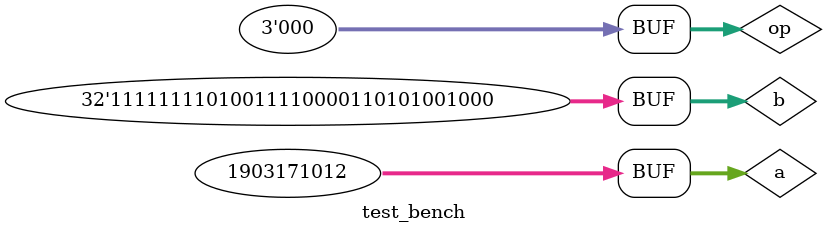
<source format=v>
module full_adder(s, cout, a, b, cin);
	input a, b, cin; // 1 bit inputs and carry-in
	output s, cout; // 1 bit output and carry-out
	wire [4:0] w; // internal wires

	// if either ONLY ONE or ALL 3 are set, s = 1
	xor x1(w[0], a, b), x2(s, w[0], cin);
	// if any two are set,
	and a1(w[1], a, b), a2(w[2], a, cin), a3(w[3], b, cin);
	// then cout=1
	or o1(w[4], w[1], w[2]),
		o2(cout, w[4], w[3]);
	// only using two-input OR gates to really hammer on the delay
endmodule

// 2 to 1 multiplexer
module mux_2to1(y, a, b, s);
	input a, b, s; // input operands, selector
	output y; // output

	wire not_s, a_out, b_out; // negated selector, internal wiring

	not not0(not_s, s); // create negated selector
	and	and0(a_out, a, not_s), and1(b_out, b, s); // filter inputs using selector
	or or0(y, a_out, b_out); // connect filtered inputs to output

endmodule

// adder-subtractor module
module add_sub(s, cout, a, b, cin, sub);
	input a, b, cin, sub; // operands, carry-in, subtract flag
	output s, cout; // sum, carry-out

	wire not_b, b_out; // negated b (for mux input), b output from mux

	not not0(not_b, b); // create negated b
	mux_2to1 mux0(b_out, b, not_b, sub); // if sub flag is set, negate b (sub flag carry-in is done in main adder superstructure, not on individual adders)
	full_adder add0(s, cout, a, b_out, cin); // send everything to the adder
endmodule

// 4 to 1 multiplexer
module mux_4to1(y, a, b, c, d, s);
	input [1:0] s; // 2 bit selector
	input a, b, c, d; // 4 inputs
	output y; // selected output

	wire out_ab, out_cd; // internal wiring

	// you can't do this with a mux > 4:1 because you end up with striping
	mux_2to1 mux0(out_ab, a, b, s[0]), // one mux for a and b
		mux1(out_cd, c, d, s[0]), // one mux for c and d (selected by lo bit)
		mux2(y, out_ab, out_cd, s[1]); // one mux for ab and cd (selected by hi bit)
endmodule

// individual bit-slice alu
// not very useful on its own
module alu(out, cout, set, a, b, cin, op, less);
	input [2:0] op; // incoming opcode
	input a, b, cin, less; // incoming operands, carry-in
	output out, cout, set; // output value, carry-out, set (for SLT/adder output)

	wire and_out, or_out, add_out; // output from and, or
	assign set = add_out; // connect add_out to set output (because you CANNOT read from an output wire)

	and and0(and_out, a, b); // AND, opcode 000
	or or0(or_out, a, b); // OR, opcode 001
	add_sub add0(add_out, cout, a, b, cin, op[2]); // ADD/SUB, opcode 010/110 (sub flag goes to carry-in)
	mux_4to1 mux0(out, and_out, or_out, add_out, less, op[1:0]); // mux decides which result to return, s=11 is DNC so feed it ADD
endmodule


// combining the individual ALU units into something usable,
// namely a 32-bit ALU
module alu_32bit(out, cout, zf, of, a, b, op);
	input [31:0] a,b;
	input [2:0] op;

	output [31:0] out;
	output cout, zf, of;

	wire [31:0] c; // internal carry-wires
	wire [29:0] orw; // internal or wires
	wire set31, // set output from alu 31
		gnd, // this doesn't go anywhere
		less, // carries result of slt (not currently used)
		of_wire;

	alu alu0(out[0], c[0], gnd, a[0], b[0], op[2], op, less), // first alu gets subtract flag as carry-in
		alu1(out[1], c[1], gnd, a[1], b[1], c[0], op, 0),
		alu2(out[2], c[2], gnd, a[2], b[2], c[1], op, 0),
		alu3(out[3], c[3], gnd, a[3], b[3], c[2], op, 0),
		alu4(out[4], c[4], gnd, a[4], b[4], c[3], op, 0),
		alu5(out[5], c[5], gnd, a[5], b[5], c[4], op, 0),
		alu6(out[6], c[6], gnd, a[6], b[6], c[5], op, 0),
		alu7(out[7], c[7], gnd, a[7], b[7], c[6], op, 0),
		alu8(out[8], c[8], gnd, a[8], b[8], c[7], op, 0),
		alu9(out[9], c[9], gnd, a[9], b[9], c[8], op, 0),
		alu10(out[10], c[10], gnd, a[10], b[10], c[9], op, 0),
		alu11(out[11], c[11], gnd, a[11], b[11], c[10], op, 0),
		alu12(out[12], c[12], gnd, a[12], b[12], c[11], op, 0),
		alu13(out[13], c[13], gnd, a[13], b[13], c[12], op, 0),
		alu14(out[14], c[14], gnd, a[14], b[14], c[13], op, 0),
		alu15(out[15], c[15], gnd, a[15], b[15], c[14], op, 0),
		alu16(out[16], c[16], gnd, a[16], b[16], c[15], op, 0),
		alu17(out[17], c[17], gnd, a[17], b[17], c[16], op, 0),
		alu18(out[18], c[18], gnd, a[18], b[18], c[17], op, 0),
		alu19(out[19], c[19], gnd, a[19], b[19], c[18], op, 0),
		alu20(out[20], c[20], gnd, a[20], b[20], c[19], op, 0),
		alu21(out[21], c[21], gnd, a[21], b[21], c[20], op, 0),
		alu22(out[22], c[22], gnd, a[22], b[22], c[21], op, 0),
		alu23(out[23], c[23], gnd, a[23], b[23], c[22], op, 0),
		alu24(out[24], c[24], gnd, a[24], b[24], c[23], op, 0),
		alu25(out[25], c[25], gnd, a[25], b[25], c[24], op, 0),
		alu26(out[26], c[26], gnd, a[26], b[26], c[25], op, 0),
		alu27(out[27], c[27], gnd, a[27], b[27], c[26], op, 0),
		alu28(out[28], c[28], gnd, a[28], b[28], c[27], op, 0),
		alu29(out[29], c[29], gnd, a[29], b[29], c[28], op, 0),
		alu30(out[30], c[30], gnd, a[30], b[30], c[29], op, 0),
		alu31(out[31], c[31], set31, a[31], b[31], c[30], op, 0);

	// zero flag is OR all bits of output
	// ignoring that verilog has 32-input (N)OR gates, this was done with
	// 2-input OR gates to more accurately reflect real-world conditions,
	// because n-input or gates with the same delay as 2-input or gates only
	// exist in disneyland
	or or0(orw[0], out[0], out[1]),
		or1(orw[1], out[2], out[3]), or16(orw[16], orw[0], orw[1]),
		or2(orw[2], out[4], out[5]),
		or3(orw[3], out[6], out[7]), or17(orw[17], orw[2], orw[3]), or24(orw[24], orw[16], orw[17]),
		or4(orw[4], out[8], out[9]),
		or5(orw[5], out[10], out[11]), or18(orw[18], orw[4], orw[5]),
		or6(orw[6], out[12], out[13]), 
		or7(orw[7], out[14], out[15]), or19(orw[19], orw[6], orw[7]), or25(orw[25], orw[18], orw[19]), or28(orw[28], orw[24], orw[25]),
		or8(orw[8], out[16], out[17]), or20(orw[20], orw[8], orw[9]), or26(orw[26], orw[20], orw[21]), or29(orw[29], orw[26], orw[27]),
		or9(orw[9], out[18], out[19]),
		or10(orw[10], out[20], out[21]), or21(orw[21], orw[10], orw[11]), 
		or11(orw[11], out[22], out[23]),
		or12(orw[12], out[24], out[25]), or22(orw[22], orw[12], orw[13]), or27(orw[27], orw[22], orw[23]),
		or13(orw[13], out[26], out[27]),
		or14(orw[14], out[28], out[29]), or23(orw[23], orw[14], orw[15]),
		or15(orw[15], out[30], out[31]);

	nor nor0(zf, orw[28], orw[29]);

	// less than is overflow xor set[31], i.e. (addition flag bit) xor (MSB cout == MSB cin)
	xor xor0(of_wire, c[30], c[31]),
		xor1(less, of_wire, set31);

	assign of = of_wire;
	assign cout = c[31];

endmodule

module test_bench;
	reg signed [31:0] a, b;
	reg [2:0] op;
	wire signed [31:0] out;
	wire cout, zf, of;

	alu_32bit alu0(out, cout, zf, of, a, b, op);


	// testing ops
	// 000 (0) -- OR
	// 001 (1) -- AND
	// 010 (2) -- ADD
	// 110 (6) -- SUB
	// 111 (7) -- SLT
	initial begin
		// uncomment this one for parseable output
		$monitor("%0d %0d %0d %0d %0d %0d %0d %0d", $time, out, cout, zf, of, a, b, op);

		// uncomment this one for human-readable output
		// $monitor("-- %0d -- op=%0d ------------------------------------\nA   %b (%0d)\nB   %b (%0d)\nOUT %b (%0d)\n    cout=%b zf=%b of=%b", $time, op, a, a, b, b, out, out, cout, zf, of);

		// uncomment this for zero-flag test outputs
		// $monitor("%b %b", out, zf);


		#1000 a=-1343263089; b=-810983240; op=0;
		#1000 a=-862576463; b=-480617084; op=2;
		#1000 a=109037806; b=-1527516452; op=6;
		#1000 a=-959436161; b=2013699419; op=7;
		#1000 a=170267994; b=101244991; op=2;
		#1000 a=-637107925; b=1052678010; op=0;
		#1000 a=664716476; b=-2042456199; op=7;
		#1000 a=1546599130; b=812774190; op=2;
		#1000 a=-376608184; b=-207326766; op=2;
		#1000 a=399316952; b=516506825; op=7;
		#1000 a=-877085615; b=-568638884; op=0;
		#1000 a=641021688; b=1941817976; op=2;
		#1000 a=-1989479054; b=-1071429823; op=1;
		#1000 a=950008327; b=-1342760534; op=1;
		#1000 a=-1471653017; b=-854486094; op=0;
		#1000 a=1197277588; b=-1447526395; op=2;
		#1000 a=-839301591; b=910497086; op=2;
		#1000 a=-1971868287; b=-548437020; op=6;
		#1000 a=-1125782233; b=1403191683; op=0;
		#1000 a=1404888080; b=36786118; op=0;
		#1000 a=582865331; b=-237055642; op=7;
		#1000 a=1730515828; b=-1475331769; op=0;
		#1000 a=-2135579390; b=-1301183134; op=7;
		#1000 a=610304515; b=807718762; op=2;
		#1000 a=-1492036280; b=-1169894770; op=6;
		#1000 a=-73523294; b=-1603781272; op=2;
		#1000 a=1071010005; b=540711515; op=7;
		#1000 a=1208104708; b=1392453179; op=7;
		#1000 a=318199628; b=-1149714609; op=0;
		#1000 a=1805723594; b=1057798814; op=0;
		#1000 a=73936957; b=2014156570; op=2;
		#1000 a=1465633461; b=-1043628485; op=7;
		#1000 a=41853902; b=-1738148139; op=7;
		#1000 a=1696126807; b=-1272755651; op=2;
		#1000 a=-67703496; b=345419865; op=2;
		#1000 a=-1383946478; b=1498376832; op=7;
		#1000 a=595451969; b=-1976082460; op=0;
		#1000 a=1759646536; b=-1242920942; op=0;
		#1000 a=2095116797; b=-485347444; op=7;
		#1000 a=508296444; b=915685068; op=0;
		#1000 a=-1613458823; b=43895340; op=7;
		#1000 a=100096608; b=133369119; op=1;
		#1000 a=-318662627; b=904243663; op=0;
		#1000 a=-607550719; b=1283429488; op=7;
		#1000 a=-257280279; b=-755610162; op=0;
		#1000 a=-1402376817; b=-1579143784; op=1;
		#1000 a=-1666519845; b=875774735; op=7;
		#1000 a=449821294; b=571963491; op=0;
		#1000 a=-1934474724; b=1592022318; op=7;
		#1000 a=-1888531297; b=1674122783; op=7;
		#1000 a=-1273035063; b=758991224; op=1;
		#1000 a=1667425944; b=-651821410; op=1;
		#1000 a=-142268047; b=946027772; op=6;
		#1000 a=-849259741; b=162538555; op=0;
		#1000 a=393750691; b=475968800; op=2;
		#1000 a=924852839; b=-1218234693; op=1;
		#1000 a=300142363; b=-204491138; op=2;
		#1000 a=300515741; b=945788447; op=2;
		#1000 a=1653222768; b=1626822642; op=2;
		#1000 a=-1552138204; b=542883278; op=6;
		#1000 a=-42209959; b=2117163040; op=2;
		#1000 a=2119515887; b=-745542247; op=0;
		#1000 a=218036695; b=-181351971; op=7;
		#1000 a=-364748924; b=-919246462; op=0;
		#1000 a=-507421454; b=-1520367554; op=6;
		#1000 a=2114133508; b=1926079064; op=2;
		#1000 a=1543696064; b=859004221; op=6;
		#1000 a=240674293; b=-92616584; op=1;
		#1000 a=-1377217804; b=1523134001; op=0;
		#1000 a=2107732927; b=2137063266; op=2;
		#1000 a=-209348308; b=-1300191350; op=7;
		#1000 a=1471661352; b=-1267108899; op=6;
		#1000 a=-45485651; b=-56044136; op=2;
		#1000 a=1134086437; b=-456898603; op=2;
		#1000 a=-895607978; b=-1158452672; op=2;
		#1000 a=-973259809; b=1102999114; op=2;
		#1000 a=1251068138; b=1094397928; op=7;
		#1000 a=-221284922; b=-29786402; op=1;
		#1000 a=-1505096950; b=-929372146; op=0;
		#1000 a=-1758298888; b=773262305; op=1;
		#1000 a=45621615; b=1227431991; op=6;
		#1000 a=-416158095; b=-1575850249; op=7;
		#1000 a=1891680581; b=1066005058; op=1;
		#1000 a=381741243; b=812916645; op=1;
		#1000 a=91238327; b=-1652900539; op=1;
		#1000 a=-2125097960; b=-2055549851; op=6;
		#1000 a=724850446; b=-1593820555; op=2;
		#1000 a=-1726692255; b=-1872729574; op=1;
		#1000 a=227445229; b=387642828; op=6;
		#1000 a=1281494785; b=1028493041; op=2;
		#1000 a=1901382548; b=-934366093; op=2;
		#1000 a=161258469; b=497714461; op=0;
		#1000 a=191986987; b=-1255685366; op=2;
		#1000 a=1802469935; b=-2131501338; op=7;
		#1000 a=-1434382455; b=767431789; op=1;
		#1000 a=-1665091057; b=1605224710; op=1;
		#1000 a=-44425742; b=2046662028; op=6;
		#1000 a=-235527407; b=247279948; op=1;
		#1000 a=-377163330; b=886093154; op=7;
		#1000 a=-731192643; b=445441788; op=0;
		#1000 a=1895641066; b=1869408317; op=2;
		#1000 a=1241907561; b=1154314083; op=7;
		#1000 a=-229496576; b=-1179159605; op=6;
		#1000 a=100580213; b=1358181528; op=6;
		#1000 a=-576175908; b=-954915409; op=0;
		#1000 a=1929644926; b=-1444461213; op=7;
		#1000 a=-225577166; b=-1946466170; op=2;
		#1000 a=1383566889; b=567862461; op=1;
		#1000 a=308843244; b=-1363653720; op=1;
		#1000 a=551262854; b=-717360014; op=0;
		#1000 a=-1219223124; b=980660230; op=7;
		#1000 a=-1895804342; b=677751223; op=7;
		#1000 a=1190048283; b=1337915632; op=0;
		#1000 a=1311904590; b=1465598949; op=2;
		#1000 a=-713868589; b=-2098976328; op=2;
		#1000 a=-335075312; b=-1306755949; op=7;
		#1000 a=330486013; b=-1487613606; op=1;
		#1000 a=-260806868; b=121859516; op=6;
		#1000 a=-1830455046; b=642341816; op=6;
		#1000 a=1556460040; b=1231586751; op=0;
		#1000 a=-446478154; b=2009162770; op=7;
		#1000 a=986480935; b=-778427816; op=0;
		#1000 a=-442198408; b=-1506236746; op=0;
		#1000 a=1740372190; b=-894803230; op=2;
		#1000 a=-64497604; b=-1238761434; op=6;
		#1000 a=1500441444; b=1658912639; op=7;
		#1000 a=-2039580918; b=670774818; op=7;
		#1000 a=1542178157; b=-864795139; op=2;
		#1000 a=-536772920; b=670901079; op=6;
		#1000 a=830421204; b=-1522985326; op=1;
		#1000 a=-1696362901; b=327145631; op=2;
		#1000 a=218012933; b=1517464003; op=7;
		#1000 a=1942490525; b=-1423413471; op=2;
		#1000 a=1866727196; b=-1935778291; op=1;
		#1000 a=-1965603791; b=-149082969; op=6;
		#1000 a=-2077701124; b=1654757173; op=1;
		#1000 a=-1623470851; b=438718472; op=7;
		#1000 a=-993432379; b=1839016512; op=0;
		#1000 a=502649067; b=1235742075; op=6;
		#1000 a=1120938616; b=1059960962; op=2;
		#1000 a=1771229288; b=1126744870; op=7;
		#1000 a=2057553830; b=-1857615539; op=7;
		#1000 a=1783255161; b=584543310; op=6;
		#1000 a=821921659; b=972797214; op=0;
		#1000 a=1880544792; b=-831855118; op=7;
		#1000 a=1937858446; b=-1192386974; op=2;
		#1000 a=-1896675924; b=1251246514; op=0;
		#1000 a=1923868207; b=-91778271; op=7;
		#1000 a=-485372486; b=-1388102573; op=1;
		#1000 a=635814197; b=1009211447; op=7;
		#1000 a=-776926433; b=-1159888061; op=2;
		#1000 a=-1503594124; b=2028018146; op=2;
		#1000 a=-1246993810; b=674027749; op=6;
		#1000 a=1174287717; b=-1491394870; op=7;
		#1000 a=-683938476; b=295963026; op=0;
		#1000 a=1801357736; b=1111060948; op=0;
		#1000 a=-423418878; b=1877332875; op=2;
		#1000 a=1614927973; b=-1522183078; op=1;
		#1000 a=781773330; b=2024772181; op=1;
		#1000 a=409776311; b=-1040089695; op=2;
		#1000 a=-934007958; b=-1288324554; op=0;
		#1000 a=1153291686; b=1494861218; op=6;
		#1000 a=-597110530; b=1164069580; op=0;
		#1000 a=-872867741; b=-2025871227; op=0;
		#1000 a=-599763325; b=-768677900; op=2;
		#1000 a=784896946; b=1649632600; op=1;
		#1000 a=-1922121352; b=1501269623; op=6;
		#1000 a=625977044; b=-2050546195; op=0;
		#1000 a=1190164233; b=1862921788; op=6;
		#1000 a=765254737; b=-22286618; op=1;
		#1000 a=1690124729; b=81651190; op=6;
		#1000 a=591742307; b=2140790352; op=0;
		#1000 a=1581256918; b=374504569; op=1;
		#1000 a=-1538241283; b=979029094; op=1;
		#1000 a=1128164138; b=2134151744; op=2;
		#1000 a=-1592939101; b=-1321630387; op=0;
		#1000 a=2082243422; b=-1304333867; op=7;
		#1000 a=989240201; b=-1034167324; op=0;
		#1000 a=-252762105; b=-1017712631; op=0;
		#1000 a=1818323122; b=-1522297594; op=6;
		#1000 a=-741295513; b=1376781639; op=1;
		#1000 a=1405975309; b=-379850801; op=2;
		#1000 a=-1117471179; b=-1380565139; op=2;
		#1000 a=-623809345; b=-1918424388; op=7;
		#1000 a=-1908751859; b=1141649376; op=7;
		#1000 a=-700240619; b=-58579263; op=6;
		#1000 a=978264928; b=1329372129; op=0;
		#1000 a=1701446875; b=2085814444; op=0;
		#1000 a=929683958; b=-1971403438; op=2;
		#1000 a=-1026815222; b=1717728880; op=7;
		#1000 a=1491195481; b=-821415844; op=0;
		#1000 a=601288452; b=1604649257; op=2;
		#1000 a=2124473297; b=776464066; op=2;
		#1000 a=-1375104032; b=-143194636; op=6;
		#1000 a=-408929873; b=1672475586; op=6;
		#1000 a=-380183441; b=1231826683; op=7;
		#1000 a=1001539861; b=-390677553; op=0;
		#1000 a=-1409299967; b=1003172668; op=2;
		#1000 a=-1573278836; b=-1742374511; op=2;
		#1000 a=1479852054; b=-2026840329; op=7;
		#1000 a=-2124434440; b=114138595; op=1;
		#1000 a=-583275142; b=676093899; op=2;
		#1000 a=1714214610; b=2114036431; op=0;
		#1000 a=-93218941; b=-1326022945; op=2;
		#1000 a=2132359086; b=1696342457; op=1;
		#1000 a=1143070309; b=-692461385; op=2;
		#1000 a=-703530634; b=-1380697293; op=2;
		#1000 a=2047449564; b=-1912248964; op=2;
		#1000 a=-194722844; b=-2099467472; op=7;
		#1000 a=-1605127273; b=279883235; op=1;
		#1000 a=-1478026212; b=585158291; op=6;
		#1000 a=-2029258450; b=2126669818; op=0;
		#1000 a=-1197473924; b=659781455; op=1;
		#1000 a=764498314; b=1073523836; op=2;
		#1000 a=-369854731; b=-2033630578; op=6;
		#1000 a=399811070; b=-1267912572; op=7;
		#1000 a=838067850; b=331958425; op=6;
		#1000 a=2059668877; b=130724019; op=7;
		#1000 a=-761102379; b=1227948154; op=1;
		#1000 a=643540238; b=-1794272735; op=0;
		#1000 a=-1183660145; b=287580562; op=0;
		#1000 a=1500293419; b=1977324217; op=1;
		#1000 a=-872915560; b=-1048069232; op=7;
		#1000 a=922629997; b=673404366; op=2;
		#1000 a=-1481212939; b=273987986; op=1;
		#1000 a=-1382534695; b=-380243200; op=1;
		#1000 a=-1347109705; b=1119690583; op=1;
		#1000 a=396457154; b=-1189921572; op=0;
		#1000 a=-936511541; b=2060425162; op=0;
		#1000 a=-1088778013; b=-1684960848; op=0;
		#1000 a=-417447643; b=-1407389106; op=7;
		#1000 a=-740864038; b=604976267; op=2;
		#1000 a=14585026; b=-1974140780; op=1;
		#1000 a=1985206168; b=588782952; op=7;
		#1000 a=-427028112; b=893221086; op=0;
		#1000 a=-1308467857; b=-1567164696; op=1;
		#1000 a=1005485160; b=262349056; op=0;
		#1000 a=-1787325515; b=1752005942; op=1;
		#1000 a=1370437398; b=1788879999; op=2;
		#1000 a=-1198168773; b=-1024879388; op=6;
		#1000 a=-820267613; b=1687299227; op=7;
		#1000 a=-1150568432; b=-896329255; op=1;
		#1000 a=-1073164252; b=140958505; op=7;
		#1000 a=800580926; b=1528276406; op=0;
		#1000 a=1451940209; b=-104193662; op=1;
		#1000 a=-1826691706; b=-1378280906; op=6;
		#1000 a=1509445141; b=1622041342; op=0;
		#1000 a=1964045132; b=1377376115; op=2;
		#1000 a=-211819809; b=-1996552536; op=6;
		#1000 a=-1846796249; b=1302857496; op=2;
		#1000 a=1537752554; b=-1745306059; op=1;
		#1000 a=1400776922; b=-1734812437; op=7;
		#1000 a=781389383; b=614922340; op=6;
		#1000 a=-1383842656; b=1891854893; op=0;
		#1000 a=1830245766; b=1540916042; op=2;
		#1000 a=-1588820727; b=1834218694; op=6;
		#1000 a=347200462; b=1135855423; op=1;
		#1000 a=1713607144; b=-229180354; op=2;
		#1000 a=-489766324; b=-83853980; op=6;
		#1000 a=-748326668; b=1462797792; op=0;
		#1000 a=49629469; b=1295543548; op=1;
		#1000 a=-657147089; b=-265470291; op=2;
		#1000 a=-1832520452; b=1782128903; op=2;
		#1000 a=1292522039; b=517278946; op=2;
		#1000 a=-1198809505; b=-1018184728; op=6;
		#1000 a=-2023262717; b=-1292395468; op=7;
		#1000 a=1639933642; b=-876109573; op=6;
		#1000 a=-1200793664; b=-2084120798; op=0;
		#1000 a=-1822070149; b=-531518365; op=1;
		#1000 a=1825892549; b=131427548; op=1;
		#1000 a=-263121984; b=1321774972; op=2;
		#1000 a=-1896452901; b=-1422768452; op=7;
		#1000 a=226658964; b=-1817643857; op=0;
		#1000 a=1699274060; b=361265469; op=0;
		#1000 a=-2129746346; b=-1910294621; op=7;
		#1000 a=-24150408; b=297180145; op=1;
		#1000 a=300243134; b=1185601273; op=2;
		#1000 a=221363160; b=-1421682443; op=6;
		#1000 a=-198537136; b=591764245; op=2;
		#1000 a=-1909752129; b=-1826472001; op=7;
		#1000 a=775380482; b=-1813032538; op=2;
		#1000 a=-221294023; b=1710442602; op=6;
		#1000 a=1704889559; b=-1676001302; op=0;
		#1000 a=-1256205610; b=1413204930; op=6;
		#1000 a=-217308268; b=923803104; op=0;
		#1000 a=1174057793; b=-1163243068; op=7;
		#1000 a=-222083109; b=-305759520; op=6;
		#1000 a=555226865; b=-1329640629; op=2;
		#1000 a=-1882456237; b=1839802464; op=7;
		#1000 a=1653586535; b=1013179685; op=6;
		#1000 a=-2140002647; b=1662591425; op=2;
		#1000 a=-1415027556; b=-337743425; op=7;
		#1000 a=1273624451; b=-147492739; op=7;
		#1000 a=2000355260; b=812530731; op=0;
		#1000 a=479948232; b=-1102294510; op=2;
		#1000 a=889882438; b=689291827; op=7;
		#1000 a=1952258502; b=-298878602; op=2;
		#1000 a=-994752492; b=1913660585; op=0;
		#1000 a=317079577; b=908605438; op=1;
		#1000 a=1537657614; b=122152005; op=2;
		#1000 a=-1918443167; b=469023228; op=0;
		#1000 a=753384813; b=-1690956127; op=6;
		#1000 a=-860409042; b=1324016002; op=7;
		#1000 a=-1578544687; b=906732092; op=0;
		#1000 a=-1757574995; b=-661670396; op=7;
		#1000 a=-28148829; b=-1743881850; op=0;
		#1000 a=-1625459477; b=-1948554790; op=6;
		#1000 a=1003559540; b=506481763; op=7;
		#1000 a=1211785690; b=1509732043; op=7;
		#1000 a=-1701233320; b=98278576; op=2;
		#1000 a=1038466651; b=526190891; op=6;
		#1000 a=-706861457; b=-1880130141; op=1;
		#1000 a=-571370772; b=-772205269; op=6;
		#1000 a=395326749; b=-1390844128; op=1;
		#1000 a=1739427797; b=686871665; op=6;
		#1000 a=-37197413; b=-1403880097; op=1;
		#1000 a=786026735; b=1345727005; op=2;
		#1000 a=-1530568986; b=-743689611; op=0;
		#1000 a=-1131908528; b=-1692714580; op=0;
		#1000 a=-453414851; b=2034023061; op=7;
		#1000 a=-1507330434; b=-283412082; op=0;
		#1000 a=-57616979; b=811451694; op=2;
		#1000 a=-2065942013; b=2060747847; op=1;
		#1000 a=1667163987; b=-913040334; op=6;
		#1000 a=-503606924; b=-446293145; op=6;
		#1000 a=-1418659484; b=-1262780382; op=6;
		#1000 a=1774749249; b=122287561; op=6;
		#1000 a=18117406; b=576922294; op=2;
		#1000 a=1311687665; b=622716631; op=7;
		#1000 a=-2095222495; b=-927870147; op=2;
		#1000 a=-252118380; b=1065303743; op=7;
		#1000 a=1557626864; b=-875555063; op=7;
		#1000 a=67966096; b=-623770653; op=6;
		#1000 a=747525509; b=-1421453955; op=7;
		#1000 a=-1670845160; b=-1139383319; op=6;
		#1000 a=779614520; b=1184875165; op=6;
		#1000 a=-761132570; b=1964148529; op=0;
		#1000 a=-713879698; b=-1999430611; op=2;
		#1000 a=1084392985; b=-1973003356; op=2;
		#1000 a=-37416245; b=1710320837; op=7;
		#1000 a=-684085953; b=-1779629039; op=2;
		#1000 a=1316927197; b=677588320; op=1;
		#1000 a=-626881296; b=-1957236840; op=7;
		#1000 a=839749749; b=-2043340460; op=7;
		#1000 a=-783134572; b=353255630; op=2;
		#1000 a=1220935210; b=1653156273; op=2;
		#1000 a=-2029691365; b=1081257635; op=0;
		#1000 a=-1972422720; b=-145996679; op=1;
		#1000 a=333460432; b=-615286477; op=7;
		#1000 a=1970074983; b=-1954641607; op=1;
		#1000 a=1337509532; b=746978053; op=0;
		#1000 a=908154884; b=496015323; op=1;
		#1000 a=-291445435; b=508156769; op=0;
		#1000 a=609301009; b=-1681193007; op=7;
		#1000 a=694272148; b=1194623180; op=2;
		#1000 a=1810011312; b=-178039567; op=6;
		#1000 a=-795510423; b=1167796943; op=1;
		#1000 a=813115134; b=-849273718; op=1;
		#1000 a=2134134048; b=342663299; op=0;
		#1000 a=2063228376; b=741044387; op=1;
		#1000 a=2144335318; b=1676850594; op=7;
		#1000 a=-200820605; b=306550889; op=6;
		#1000 a=543614835; b=-573924841; op=0;
		#1000 a=1024639743; b=-1987601369; op=0;
		#1000 a=902925185; b=-1430386640; op=2;
		#1000 a=232610021; b=-725759896; op=1;
		#1000 a=-822981324; b=1158906889; op=6;
		#1000 a=-1731228634; b=-919292138; op=6;
		#1000 a=2047114297; b=177277647; op=2;
		#1000 a=-1338099453; b=-891242838; op=7;
		#1000 a=1496422426; b=-399353125; op=6;
		#1000 a=1605616917; b=-1560254771; op=7;
		#1000 a=1353041763; b=1663399395; op=7;
		#1000 a=1068194113; b=-544905475; op=6;
		#1000 a=1349903558; b=1624224948; op=2;
		#1000 a=1625237225; b=-1487745268; op=0;
		#1000 a=-84411916; b=1143588903; op=1;
		#1000 a=1239582392; b=-1272894826; op=6;
		#1000 a=-1828977951; b=1610016086; op=2;
		#1000 a=-1682895906; b=-576084023; op=7;
		#1000 a=-1457930833; b=2107386684; op=1;
		#1000 a=1821610140; b=-1853987064; op=6;
		#1000 a=-114693513; b=-1585340862; op=2;
		#1000 a=1269750111; b=67775573; op=2;
		#1000 a=1301808033; b=964817520; op=7;
		#1000 a=152519149; b=-1551537018; op=1;
		#1000 a=969732755; b=-1619699926; op=6;
		#1000 a=946342988; b=-1271488590; op=0;
		#1000 a=1242359258; b=1538039760; op=0;
		#1000 a=-1829704862; b=-1780598950; op=6;
		#1000 a=947979548; b=1130105495; op=2;
		#1000 a=-1699064949; b=311910963; op=0;
		#1000 a=303144046; b=-1523999888; op=1;
		#1000 a=-1572238957; b=1866152101; op=2;
		#1000 a=1504988142; b=-684977444; op=6;
		#1000 a=-1022597934; b=-2071538602; op=1;
		#1000 a=-1447353941; b=-97384198; op=1;
		#1000 a=-2044341403; b=1457685081; op=1;
		#1000 a=-1843260612; b=2026451771; op=2;
		#1000 a=-468289613; b=-45448481; op=6;
		#1000 a=772170140; b=-114006155; op=1;
		#1000 a=-199836485; b=-1765019020; op=2;
		#1000 a=-647832282; b=-1362421419; op=0;
		#1000 a=1373344489; b=-205825994; op=7;
		#1000 a=1531056319; b=1243735896; op=7;
		#1000 a=1221474651; b=464009599; op=2;
		#1000 a=-1852906858; b=457433815; op=6;
		#1000 a=-1496377374; b=-72233214; op=6;
		#1000 a=1592362498; b=348496592; op=6;
		#1000 a=110644255; b=916314183; op=1;
		#1000 a=-1238663840; b=-570723485; op=1;
		#1000 a=-2012858227; b=1056596486; op=7;
		#1000 a=-1564134396; b=1976837197; op=0;
		#1000 a=1484435037; b=-507612966; op=2;
		#1000 a=334706586; b=54175421; op=2;
		#1000 a=-955956379; b=-685656773; op=0;
		#1000 a=-1245536886; b=-1831475373; op=2;
		#1000 a=585866136; b=57149124; op=0;
		#1000 a=-21267399; b=1796451127; op=6;
		#1000 a=-361434690; b=-49335249; op=7;
		#1000 a=-284237505; b=-1085292672; op=1;
		#1000 a=-370504344; b=-2060252533; op=6;
		#1000 a=-2079709971; b=1062408287; op=0;
		#1000 a=1762927696; b=-1972887138; op=0;
		#1000 a=-388745039; b=-1747430951; op=7;
		#1000 a=-1341394009; b=-1007203223; op=6;
		#1000 a=-988257986; b=942626279; op=1;
		#1000 a=969849346; b=-1001106354; op=2;
		#1000 a=-590608760; b=-865989543; op=2;
		#1000 a=385561822; b=1058484809; op=0;
		#1000 a=994554599; b=1235420885; op=2;
		#1000 a=-1824363272; b=1958288688; op=1;
		#1000 a=1155813384; b=-1205516356; op=7;
		#1000 a=-262896913; b=820104453; op=7;
		#1000 a=867236723; b=-1721783060; op=1;
		#1000 a=-2107186720; b=261493429; op=0;
		#1000 a=-1061110326; b=-1249476727; op=6;
		#1000 a=432164867; b=800696542; op=6;
		#1000 a=-894118121; b=-675927974; op=0;
		#1000 a=1170625913; b=-618480274; op=6;
		#1000 a=488931255; b=491834462; op=2;
		#1000 a=-1052741705; b=1258779964; op=1;
		#1000 a=1552924879; b=-655673437; op=2;
		#1000 a=1727566948; b=-1680121368; op=7;
		#1000 a=-946622394; b=82119809; op=1;
		#1000 a=-494325630; b=-1894457433; op=2;
		#1000 a=1965800380; b=-126534707; op=7;
		#1000 a=1495410991; b=789996486; op=7;
		#1000 a=-436727049; b=1959945891; op=2;
		#1000 a=490666346; b=452804101; op=0;
		#1000 a=1023180220; b=-791509811; op=0;
		#1000 a=-682234721; b=1346567711; op=7;
		#1000 a=-2096215536; b=49091319; op=0;
		#1000 a=-1600178200; b=992928789; op=0;
		#1000 a=-1545447605; b=-515526094; op=1;
		#1000 a=1797219390; b=-1009431270; op=0;
		#1000 a=-1407852650; b=1856280180; op=0;
		#1000 a=1437706777; b=1690386477; op=7;
		#1000 a=-887401318; b=454030353; op=2;
		#1000 a=-395273434; b=-1872567096; op=6;
		#1000 a=1039121806; b=911400038; op=2;
		#1000 a=943280422; b=-1318511824; op=6;
		#1000 a=-1787735058; b=301414448; op=7;
		#1000 a=1928225037; b=1204711746; op=1;
		#1000 a=1455681909; b=-1497245124; op=0;
		#1000 a=-915761163; b=743806931; op=2;
		#1000 a=-1235808965; b=-867659914; op=6;
		#1000 a=-547218543; b=-1596449788; op=0;
		#1000 a=-1464805634; b=-579491443; op=1;
		#1000 a=433355282; b=217959697; op=6;
		#1000 a=-154843391; b=1431656339; op=7;
		#1000 a=1026594245; b=2050732681; op=0;
		#1000 a=422249995; b=-1062910868; op=0;
		#1000 a=1111537368; b=-249554964; op=7;
		#1000 a=-828066714; b=920909036; op=1;
		#1000 a=-1252427268; b=-2064332249; op=7;
		#1000 a=1658232815; b=1601458157; op=2;
		#1000 a=-2116985628; b=1781104742; op=6;
		#1000 a=2091399317; b=-1703728950; op=1;
		#1000 a=284385749; b=814505261; op=2;
		#1000 a=-1543514142; b=1077190904; op=2;
		#1000 a=579877307; b=1194118591; op=6;
		#1000 a=-907113642; b=-691974205; op=0;
		#1000 a=1721018503; b=1941609786; op=0;
		#1000 a=-1917726012; b=1131833166; op=1;
		#1000 a=-784401990; b=180233712; op=0;
		#1000 a=-204375313; b=-1324936088; op=2;
		#1000 a=383871855; b=-764741919; op=2;
		#1000 a=234895894; b=1203383001; op=0;
		#1000 a=566035519; b=-290368408; op=6;
		#1000 a=1513375547; b=1073701424; op=2;
		#1000 a=1120625879; b=-1315995013; op=6;
		#1000 a=-156688842; b=619710265; op=7;
		#1000 a=1930059798; b=-836889594; op=2;
		#1000 a=-1800809976; b=-1720933211; op=0;
		#1000 a=-869233399; b=-26452404; op=7;
		#1000 a=117572571; b=-690761332; op=1;
		#1000 a=-2062734297; b=-1150355369; op=2;
		#1000 a=976134325; b=-1114792243; op=6;
		#1000 a=833727893; b=1130016218; op=1;
		#1000 a=-2140391215; b=1541805181; op=2;
		#1000 a=-1693878178; b=-69414382; op=0;
		#1000 a=-1221465332; b=1461872347; op=7;
		#1000 a=-753773857; b=213269130; op=2;
		#1000 a=-1097741322; b=1920863888; op=6;
		#1000 a=-2005824806; b=-2033079600; op=0;
		#1000 a=25441118; b=914117144; op=1;
		#1000 a=1920452588; b=-1896353412; op=0;
		#1000 a=1135461493; b=-1468457300; op=7;
		#1000 a=513203545; b=92517392; op=2;
		#1000 a=1253647326; b=182050060; op=2;
		#1000 a=-760412050; b=-1607812440; op=7;
		#1000 a=-195070911; b=1117801193; op=6;
		#1000 a=152198883; b=149538155; op=6;
		#1000 a=886943039; b=-213787663; op=2;
		#1000 a=-915548915; b=-1808833223; op=7;
		#1000 a=1765933524; b=557632925; op=1;
		#1000 a=-1330330185; b=-1053276652; op=2;
		#1000 a=-1269652848; b=-2022736039; op=7;
		#1000 a=-790407688; b=1776788778; op=6;
		#1000 a=-302611158; b=-1379871582; op=6;
		#1000 a=2041970035; b=-845242989; op=7;
		#1000 a=560418391; b=-160761570; op=6;
		#1000 a=1395718061; b=-123773409; op=7;
		#1000 a=12604408; b=-333324567; op=0;
		#1000 a=-303235705; b=-1270708285; op=6;
		#1000 a=-298402579; b=-1688154742; op=2;
		#1000 a=-2140115451; b=-1373194361; op=1;
		#1000 a=-1971300046; b=1338401860; op=0;
		#1000 a=-1218997284; b=-1934104567; op=0;
		#1000 a=-1500661734; b=-831775544; op=1;
		#1000 a=1359481219; b=-1471760913; op=1;
		#1000 a=268800956; b=-369577104; op=0;
		#1000 a=-563875904; b=1370552279; op=2;
		#1000 a=-243355663; b=-426348405; op=7;
		#1000 a=1713294046; b=-53652055; op=0;
		#1000 a=1653479536; b=-722652574; op=2;
		#1000 a=2055469333; b=-191107999; op=7;
		#1000 a=470027502; b=277469693; op=2;
		#1000 a=911597773; b=1268605598; op=6;
		#1000 a=-919260335; b=1959947476; op=6;
		#1000 a=-422264901; b=-1768394851; op=1;
		#1000 a=-1696028851; b=1251503083; op=0;
		#1000 a=2015329298; b=-348550801; op=6;
		#1000 a=-819428339; b=-967467761; op=6;
		#1000 a=-531460293; b=2027980929; op=0;
		#1000 a=90267566; b=252599598; op=7;
		#1000 a=189212106; b=1265196499; op=0;
		#1000 a=1041707449; b=-1580819717; op=2;
		#1000 a=-1955827019; b=716033657; op=2;
		#1000 a=1519523047; b=-779985059; op=2;
		#1000 a=-221772813; b=1880773165; op=2;
		#1000 a=-660368952; b=-1311613596; op=0;
		#1000 a=-602917620; b=-284359641; op=6;
		#1000 a=1071870760; b=-683543119; op=2;
		#1000 a=-584992705; b=-1984045971; op=0;
		#1000 a=150003276; b=518224271; op=7;
		#1000 a=-373675697; b=557282654; op=1;
		#1000 a=366368854; b=1313724473; op=2;
		#1000 a=-1908620008; b=-849263575; op=6;
		#1000 a=1794365297; b=1255951614; op=2;
		#1000 a=1358055275; b=-1255492511; op=6;
		#1000 a=-903558751; b=366784319; op=1;
		#1000 a=1893442804; b=1590875644; op=1;
		#1000 a=1010199607; b=-967918209; op=0;
		#1000 a=1764387088; b=-1550544295; op=2;
		#1000 a=-1312835993; b=-146230534; op=0;
		#1000 a=147718107; b=-1214547938; op=1;
		#1000 a=-1031551376; b=785496955; op=2;
		#1000 a=426226401; b=-956141804; op=7;
		#1000 a=819201102; b=719780725; op=0;
		#1000 a=-1059083466; b=-945628091; op=0;
		#1000 a=2075350522; b=1474097789; op=7;
		#1000 a=-742165024; b=869809157; op=2;
		#1000 a=-1011310435; b=-775058241; op=7;
		#1000 a=437084122; b=-1522545989; op=0;
		#1000 a=-775506114; b=-622373886; op=2;
		#1000 a=1608389913; b=-2010853767; op=2;
		#1000 a=247108315; b=2017422164; op=1;
		#1000 a=-81440171; b=192758465; op=6;
		#1000 a=1795657960; b=2057660544; op=7;
		#1000 a=-753353843; b=-751411946; op=2;
		#1000 a=-445952854; b=-191609652; op=7;
		#1000 a=1524767096; b=-473928669; op=6;
		#1000 a=1695007976; b=510694074; op=1;
		#1000 a=1662053985; b=572212377; op=2;
		#1000 a=-375344410; b=-801408829; op=0;
		#1000 a=-1191014619; b=1828361756; op=0;
		#1000 a=-1634234198; b=811118914; op=1;
		#1000 a=-1347729592; b=759197649; op=7;
		#1000 a=536714233; b=1815121416; op=6;
		#1000 a=2132907867; b=997048172; op=7;
		#1000 a=120748178; b=-395982257; op=1;
		#1000 a=238609198; b=660602583; op=6;
		#1000 a=148684674; b=-602316790; op=7;
		#1000 a=106756480; b=-1040096328; op=1;
		#1000 a=-179496262; b=1147121090; op=2;
		#1000 a=724390183; b=-164623985; op=1;
		#1000 a=-770223321; b=-342585217; op=2;
		#1000 a=1702017006; b=-1904702942; op=7;
		#1000 a=529745135; b=-1152534157; op=2;
		#1000 a=-1280242281; b=-1258645148; op=0;
		#1000 a=-1382297418; b=1547241814; op=7;
		#1000 a=-2111794752; b=231297322; op=6;
		#1000 a=-1295586838; b=-116839487; op=7;
		#1000 a=1616827810; b=-272812480; op=0;
		#1000 a=1533059459; b=1756207840; op=7;
		#1000 a=42048222; b=-90082364; op=1;
		#1000 a=1842205132; b=1458614361; op=1;
		#1000 a=-1226285354; b=-1914723638; op=2;
		#1000 a=1479650046; b=1179779642; op=0;
		#1000 a=1847727687; b=1862960057; op=7;
		#1000 a=-623566372; b=1162613574; op=6;
		#1000 a=-1116127465; b=-2059492380; op=2;
		#1000 a=-1217988461; b=1399907326; op=2;
		#1000 a=80346782; b=-1738287805; op=1;
		#1000 a=-293136508; b=1132152378; op=2;
		#1000 a=146084044; b=-1536102556; op=6;
		#1000 a=-2130837817; b=1869611; op=2;
		#1000 a=-388830983; b=-473475100; op=1;
		#1000 a=811635337; b=1575232539; op=1;
		#1000 a=1885347657; b=-1525572078; op=2;
		#1000 a=152449937; b=1005476945; op=0;
		#1000 a=1048456678; b=-39200632; op=1;
		#1000 a=1350650507; b=-571040046; op=1;
		#1000 a=123742076; b=935116002; op=7;
		#1000 a=1588918261; b=1193516289; op=0;
		#1000 a=-949189442; b=-1956747045; op=6;
		#1000 a=-753218627; b=80692048; op=7;
		#1000 a=-166922021; b=1787287923; op=2;
		#1000 a=-416018713; b=2050985844; op=2;
		#1000 a=1800437038; b=760735724; op=0;
		#1000 a=1999083237; b=1379680225; op=2;
		#1000 a=-1711340915; b=324642248; op=2;
		#1000 a=-15131297; b=-1061799302; op=1;
		#1000 a=-1686535422; b=785573891; op=0;
		#1000 a=-929759081; b=846289077; op=0;
		#1000 a=-252962600; b=1356402501; op=7;
		#1000 a=25948089; b=-1050110554; op=6;
		#1000 a=-937076683; b=-1740804672; op=6;
		#1000 a=348629934; b=-1832159572; op=2;
		#1000 a=1022426827; b=-1577229075; op=6;
		#1000 a=443842640; b=-1355972168; op=7;
		#1000 a=1524773175; b=-294042507; op=2;
		#1000 a=-962872564; b=467975266; op=1;
		#1000 a=-199196628; b=81160411; op=2;
		#1000 a=1975057242; b=1954616651; op=6;
		#1000 a=720625534; b=1194910661; op=1;
		#1000 a=737613458; b=-618246788; op=1;
		#1000 a=731326372; b=1546414335; op=6;
		#1000 a=-1520485371; b=-469890624; op=2;
		#1000 a=-438127024; b=58073726; op=6;
		#1000 a=1442144098; b=1648178226; op=7;
		#1000 a=-1813717719; b=-2141340902; op=1;
		#1000 a=-507740461; b=465261675; op=1;
		#1000 a=-648342064; b=832385715; op=2;
		#1000 a=1155690325; b=-1650716388; op=7;
		#1000 a=-509871955; b=-1382008837; op=6;
		#1000 a=933315891; b=-1203095556; op=6;
		#1000 a=1116784710; b=-1967283426; op=6;
		#1000 a=-572424265; b=1455653185; op=7;
		#1000 a=-981494523; b=-406154757; op=7;
		#1000 a=-238115231; b=1964988976; op=7;
		#1000 a=1152490931; b=640049589; op=1;
		#1000 a=1485067082; b=-374905250; op=6;
		#1000 a=-731828452; b=-1253924169; op=2;
		#1000 a=-365065856; b=-1611945544; op=2;
		#1000 a=-640224875; b=1317075851; op=2;
		#1000 a=1509359482; b=-1200652940; op=2;
		#1000 a=1803541849; b=-1495069682; op=6;
		#1000 a=-837319434; b=1393565801; op=7;
		#1000 a=311822072; b=-2012506647; op=6;
		#1000 a=-519950115; b=1548087189; op=6;
		#1000 a=-2090226866; b=1155254362; op=6;
		#1000 a=1374969607; b=-852906586; op=2;
		#1000 a=1309370046; b=2050514093; op=2;
		#1000 a=1698629359; b=522635503; op=1;
		#1000 a=-717625950; b=-2013362701; op=6;
		#1000 a=1816030133; b=-923740916; op=7;
		#1000 a=1900391472; b=1962697186; op=7;
		#1000 a=598532876; b=-2014346727; op=2;
		#1000 a=-724213183; b=1053878753; op=6;
		#1000 a=-1228192808; b=1435684188; op=1;
		#1000 a=-1484231739; b=347548321; op=6;
		#1000 a=-425015635; b=1904609182; op=2;
		#1000 a=-88600382; b=-177990176; op=2;
		#1000 a=1610453369; b=209726381; op=0;
		#1000 a=-1488969679; b=-1273535193; op=7;
		#1000 a=-1503453977; b=1980951496; op=1;
		#1000 a=558194457; b=-510521958; op=7;
		#1000 a=-1670910605; b=1521444563; op=0;
		#1000 a=-1880340046; b=49841208; op=6;
		#1000 a=71437090; b=1111142062; op=6;
		#1000 a=1486306942; b=1109317408; op=7;
		#1000 a=1428687437; b=-255869174; op=2;
		#1000 a=368913303; b=287849396; op=0;
		#1000 a=-682384106; b=1883129985; op=0;
		#1000 a=1488835741; b=-1181453654; op=1;
		#1000 a=441231442; b=-477932056; op=1;
		#1000 a=686216209; b=898767479; op=6;
		#1000 a=329818123; b=-902602221; op=2;
		#1000 a=-2122046209; b=-1127873135; op=1;
		#1000 a=-456126734; b=-176323966; op=2;
		#1000 a=-2017764802; b=-2101691018; op=1;
		#1000 a=995975505; b=-1554454615; op=0;
		#1000 a=1214004920; b=-738732919; op=1;
		#1000 a=1715734366; b=1444195805; op=7;
		#1000 a=-1212514700; b=2046515223; op=0;
		#1000 a=131630078; b=1697440259; op=6;
		#1000 a=-984630701; b=1811343651; op=1;
		#1000 a=-159673250; b=-1797962857; op=2;
		#1000 a=-1733486389; b=-1395552815; op=7;
		#1000 a=-57986584; b=1804911017; op=7;
		#1000 a=1056412667; b=1697939075; op=6;
		#1000 a=1317659510; b=-630357290; op=7;
		#1000 a=-489225746; b=941021445; op=2;
		#1000 a=1563356130; b=-27162505; op=0;
		#1000 a=-1345278485; b=-1451323042; op=1;
		#1000 a=1435841338; b=-1103086735; op=7;
		#1000 a=1544184354; b=-45221092; op=7;
		#1000 a=1869192507; b=738033004; op=6;
		#1000 a=486573848; b=1752182583; op=7;
		#1000 a=880782062; b=1657717598; op=6;
		#1000 a=-1691118953; b=732705249; op=7;
		#1000 a=-1104537996; b=-1151248721; op=0;
		#1000 a=-1677200867; b=1584488666; op=1;
		#1000 a=-1836621983; b=1292415068; op=0;
		#1000 a=97320175; b=-1034473951; op=2;
		#1000 a=456411968; b=-2134178333; op=1;
		#1000 a=1110956134; b=-984101863; op=6;
		#1000 a=1677328652; b=-1626725918; op=6;
		#1000 a=-11623155; b=-390068351; op=6;
		#1000 a=-1938427966; b=1800966829; op=0;
		#1000 a=708728225; b=1739483335; op=6;
		#1000 a=-1372590234; b=-1103648953; op=1;
		#1000 a=1646086432; b=911124896; op=6;
		#1000 a=-31895294; b=1608363906; op=2;
		#1000 a=-904874142; b=1268507890; op=0;
		#1000 a=1718988170; b=-1019670989; op=6;
		#1000 a=-1845935120; b=-1325894035; op=0;
		#1000 a=589661361; b=-783616842; op=1;
		#1000 a=303115542; b=-1483959195; op=6;
		#1000 a=1838806029; b=2018682181; op=1;
		#1000 a=1001758055; b=-1876944438; op=7;
		#1000 a=739265567; b=1460268483; op=2;
		#1000 a=500511786; b=1282279261; op=2;
		#1000 a=750902297; b=-1001996538; op=2;
		#1000 a=55833955; b=-813970845; op=7;
		#1000 a=137840249; b=-938908458; op=1;
		#1000 a=-1952183172; b=2125440138; op=7;
		#1000 a=-1960058930; b=-1652588274; op=6;
		#1000 a=-2101201733; b=-1308986424; op=6;
		#1000 a=-2080158137; b=-1944479584; op=1;
		#1000 a=300073218; b=-878910902; op=6;
		#1000 a=-1662145574; b=2130922357; op=6;
		#1000 a=-2036125552; b=1475839442; op=2;
		#1000 a=1556225573; b=2129152091; op=1;
		#1000 a=1701679289; b=-750585055; op=7;
		#1000 a=1236794967; b=-1629207427; op=0;
		#1000 a=235121622; b=331375924; op=2;
		#1000 a=206018754; b=1856553499; op=2;
		#1000 a=-1986739247; b=724384124; op=2;
		#1000 a=1032261350; b=683005054; op=6;
		#1000 a=1138844450; b=-994199200; op=6;
		#1000 a=-1402384362; b=-1501798568; op=0;
		#1000 a=-833275625; b=1930966695; op=0;
		#1000 a=891108361; b=-1638326766; op=0;
		#1000 a=809111222; b=29234077; op=0;
		#1000 a=-1801181208; b=809769912; op=7;
		#1000 a=-72140893; b=-712136435; op=2;
		#1000 a=1517877701; b=1784921729; op=7;
		#1000 a=-533428534; b=-2027508890; op=0;
		#1000 a=-973787264; b=1424241185; op=7;
		#1000 a=-434614078; b=2053610927; op=0;
		#1000 a=459685240; b=432169583; op=0;
		#1000 a=337540637; b=997338118; op=1;
		#1000 a=-2124149080; b=326036479; op=7;
		#1000 a=662396454; b=-1010616089; op=6;
		#1000 a=454484728; b=-1572668732; op=7;
		#1000 a=1554859709; b=748998513; op=0;
		#1000 a=-2010209815; b=-1318842669; op=2;
		#1000 a=1210837069; b=2117098077; op=7;
		#1000 a=-2137733394; b=1638440412; op=1;
		#1000 a=-512674541; b=1769488997; op=1;
		#1000 a=540189188; b=1987482621; op=2;
		#1000 a=-661094097; b=-835927990; op=1;
		#1000 a=-1809608078; b=-116563727; op=0;
		#1000 a=-1493846733; b=1111035330; op=0;
		#1000 a=-2024050001; b=391812811; op=2;
		#1000 a=-7217364; b=-2039052819; op=7;
		#1000 a=-24677401; b=-85674555; op=2;
		#1000 a=367171170; b=-991788762; op=7;
		#1000 a=-1665174382; b=725198018; op=2;
		#1000 a=-1096629195; b=2142968139; op=6;
		#1000 a=-337559272; b=1126897812; op=2;
		#1000 a=735416551; b=-1623893299; op=2;
		#1000 a=553219713; b=1490279468; op=2;
		#1000 a=-1537802951; b=1776092203; op=1;
		#1000 a=698859155; b=1098259001; op=7;
		#1000 a=1021061655; b=-1517246297; op=6;
		#1000 a=-1738006021; b=826836195; op=7;
		#1000 a=452593106; b=-1531173807; op=1;
		#1000 a=695797830; b=132780703; op=1;
		#1000 a=-2018370917; b=930848443; op=7;
		#1000 a=-57245982; b=423694172; op=7;
		#1000 a=-844096463; b=-648466694; op=6;
		#1000 a=-1303488679; b=1893271403; op=1;
		#1000 a=1232118533; b=-2142085444; op=0;
		#1000 a=-1922700675; b=1141220855; op=1;
		#1000 a=1578291527; b=127310744; op=0;
		#1000 a=1145545036; b=-2093444376; op=1;
		#1000 a=359627412; b=78048490; op=0;
		#1000 a=434314668; b=-518341499; op=0;
		#1000 a=-2048106186; b=1610502607; op=6;
		#1000 a=-1844720559; b=-1670195405; op=6;
		#1000 a=1173898307; b=685952555; op=2;
		#1000 a=-2093146518; b=-492090853; op=7;
		#1000 a=-1148493833; b=-1089161552; op=2;
		#1000 a=2061333739; b=144230824; op=1;
		#1000 a=-1738951144; b=-53671063; op=2;
		#1000 a=1700673673; b=-1955358441; op=0;
		#1000 a=129140301; b=-937495243; op=6;
		#1000 a=591626439; b=552231564; op=0;
		#1000 a=-719331669; b=-284453330; op=2;
		#1000 a=795629993; b=-2074289808; op=7;
		#1000 a=1117694697; b=454794749; op=7;
		#1000 a=-457180453; b=-666665732; op=2;
		#1000 a=-1845807883; b=1824934527; op=1;
		#1000 a=1580690553; b=113369410; op=2;
		#1000 a=-1103154209; b=-1136526775; op=0;
		#1000 a=147256509; b=-1383959786; op=0;
		#1000 a=544235099; b=1769802230; op=1;
		#1000 a=1788448562; b=-1901475942; op=7;
		#1000 a=650873929; b=-1645367753; op=1;
		#1000 a=-1791334074; b=967819878; op=0;
		#1000 a=17225467; b=1663675427; op=7;
		#1000 a=-1589231279; b=308626814; op=0;
		#1000 a=1285188154; b=396985918; op=6;
		#1000 a=-899720089; b=852247699; op=0;
		#1000 a=1217718326; b=1948893220; op=6;
		#1000 a=-407182188; b=1630013761; op=1;
		#1000 a=-1698303770; b=-1990882326; op=7;
		#1000 a=-2134133684; b=-1997158326; op=7;
		#1000 a=1253808511; b=678124419; op=0;
		#1000 a=775171384; b=-1431345147; op=6;
		#1000 a=1106901775; b=795459032; op=6;
		#1000 a=41125807; b=-901245333; op=1;
		#1000 a=1004898146; b=322138704; op=2;
		#1000 a=1475960177; b=1561074065; op=7;
		#1000 a=-301459021; b=1482163956; op=2;
		#1000 a=-1442849409; b=-691884173; op=0;
		#1000 a=-328741672; b=130774144; op=6;
		#1000 a=-180918230; b=896854614; op=0;
		#1000 a=466031348; b=1783451890; op=1;
		#1000 a=-398976591; b=147442986; op=2;
		#1000 a=-234806; b=-1900598139; op=0;
		#1000 a=-1689561346; b=1004834748; op=6;
		#1000 a=-2087064249; b=122342924; op=7;
		#1000 a=-440233114; b=-992775026; op=2;
		#1000 a=1190255075; b=-335340754; op=0;
		#1000 a=-1392734345; b=963447474; op=7;
		#1000 a=1207751393; b=-1023027717; op=0;
		#1000 a=-384298946; b=599237631; op=0;
		#1000 a=-77876581; b=923192513; op=2;
		#1000 a=1258607494; b=1289700469; op=7;
		#1000 a=-1226548897; b=1299051063; op=7;
		#1000 a=-898031364; b=1798105516; op=1;
		#1000 a=1653380993; b=-1981947050; op=2;
		#1000 a=429726019; b=2061881760; op=1;
		#1000 a=81131957; b=1298527602; op=1;
		#1000 a=-482108581; b=-545722818; op=2;
		#1000 a=-1536569911; b=-736243081; op=0;
		#1000 a=-790915610; b=1279133557; op=7;
		#1000 a=-643382183; b=-463062445; op=2;
		#1000 a=410103088; b=1283899331; op=7;
		#1000 a=-318951402; b=36538358; op=2;
		#1000 a=-826238970; b=-1064120469; op=2;
		#1000 a=1023385008; b=-1935448720; op=0;
		#1000 a=1788036289; b=1672145117; op=1;
		#1000 a=726296457; b=-832602610; op=6;
		#1000 a=1511853329; b=2095113464; op=0;
		#1000 a=610569913; b=-1422506354; op=7;
		#1000 a=494258789; b=-1298161621; op=6;
		#1000 a=-250046709; b=197522109; op=6;
		#1000 a=273075723; b=1132226976; op=2;
		#1000 a=-641272327; b=1440658716; op=1;
		#1000 a=1345152860; b=-806249480; op=6;
		#1000 a=1012524247; b=-1578352543; op=1;
		#1000 a=1276383115; b=2014051135; op=2;
		#1000 a=-1193237338; b=-611023890; op=6;
		#1000 a=1083069937; b=896554531; op=1;
		#1000 a=-631337398; b=-714108014; op=0;
		#1000 a=-971468557; b=-447367021; op=6;
		#1000 a=1995977751; b=527362103; op=6;
		#1000 a=1822160590; b=-1032139698; op=0;
		#1000 a=-648973841; b=689732160; op=1;
		#1000 a=1809606383; b=-875634675; op=7;
		#1000 a=-1266868372; b=-1447301175; op=1;
		#1000 a=105293728; b=-1301018549; op=7;
		#1000 a=1138244550; b=-419559411; op=6;
		#1000 a=-2130870991; b=-1195445031; op=2;
		#1000 a=-295408262; b=-89202032; op=7;
		#1000 a=1799395052; b=-276235069; op=6;
		#1000 a=2136580054; b=-1108440084; op=6;
		#1000 a=-1323160725; b=-55339476; op=6;
		#1000 a=-963315975; b=-2146063540; op=2;
		#1000 a=2029850928; b=-1820622295; op=2;
		#1000 a=-710914317; b=1475941114; op=0;
		#1000 a=1335130509; b=792360142; op=2;
		#1000 a=-750480143; b=189440910; op=7;
		#1000 a=223675198; b=1872527327; op=7;
		#1000 a=1620152784; b=494285980; op=1;
		#1000 a=-1198854335; b=-744811801; op=0;
		#1000 a=-853163166; b=-1722196234; op=6;
		#1000 a=-200364587; b=-155087449; op=0;
		#1000 a=280671816; b=-1182407717; op=6;
		#1000 a=-1681061212; b=1624914446; op=2;
		#1000 a=-1343257548; b=474632619; op=7;
		#1000 a=166053505; b=-2012178100; op=6;
		#1000 a=1607514857; b=1536901628; op=2;
		#1000 a=-3753402; b=216880016; op=2;
		#1000 a=-1604350370; b=84045340; op=1;
		#1000 a=-605257291; b=339106961; op=0;
		#1000 a=1562502338; b=276737636; op=0;
		#1000 a=2055173732; b=1508642558; op=1;
		#1000 a=-1432808102; b=-128379403; op=0;
		#1000 a=1467302438; b=1749200730; op=2;
		#1000 a=-1112986769; b=280334251; op=7;
		#1000 a=-2105092763; b=-2105343238; op=0;
		#1000 a=1945154760; b=590871140; op=0;
		#1000 a=-798496406; b=506987033; op=1;
		#1000 a=-97540254; b=870748670; op=1;
		#1000 a=-1073629293; b=724186178; op=2;
		#1000 a=537939041; b=1745209230; op=2;
		#1000 a=1261766098; b=-1550218116; op=7;
		#1000 a=-34574733; b=1037326011; op=0;
		#1000 a=-187144677; b=-974213379; op=6;
		#1000 a=186898463; b=1585821516; op=2;
		#1000 a=1640257925; b=-701629355; op=0;
		#1000 a=-1782084949; b=-752365241; op=0;
		#1000 a=-841531065; b=-1590256058; op=7;
		#1000 a=-978153301; b=771450667; op=1;
		#1000 a=-1862043938; b=386052298; op=2;
		#1000 a=2102720334; b=801033523; op=7;
		#1000 a=-1264526854; b=-720663049; op=2;
		#1000 a=1797644295; b=1526959523; op=0;
		#1000 a=1146908167; b=532532670; op=7;
		#1000 a=1256771623; b=1321884047; op=0;
		#1000 a=1725534829; b=140952248; op=2;
		#1000 a=-32901507; b=107965079; op=2;
		#1000 a=-1902393385; b=1723577215; op=2;
		#1000 a=1992695577; b=-335800946; op=6;
		#1000 a=-1590025688; b=519558216; op=6;
		#1000 a=-1123415097; b=-70643955; op=0;
		#1000 a=1776830953; b=126789297; op=2;
		#1000 a=-1668418590; b=1838193243; op=7;
		#1000 a=-394815164; b=975566346; op=0;
		#1000 a=1036818560; b=-1807493073; op=2;
		#1000 a=1269186557; b=1467855995; op=6;
		#1000 a=-659246543; b=1852866107; op=6;
		#1000 a=1433190112; b=1944099283; op=1;
		#1000 a=-1352526901; b=-2133739134; op=7;
		#1000 a=1253262995; b=-187556112; op=0;
		#1000 a=-1375747604; b=-819417884; op=7;
		#1000 a=283764449; b=1635014899; op=1;
		#1000 a=-1456275134; b=1134244453; op=2;
		#1000 a=2006373062; b=-194978368; op=1;
		#1000 a=1114770875; b=828248348; op=1;
		#1000 a=-985294099; b=-1236971646; op=6;
		#1000 a=-578790623; b=-1734669619; op=0;
		#1000 a=72282982; b=386400032; op=6;
		#1000 a=2114059225; b=-857748586; op=1;
		#1000 a=-75910486; b=1816679916; op=0;
		#1000 a=1943774388; b=2128360255; op=1;
		#1000 a=-1652029606; b=-1190267658; op=6;
		#1000 a=-768357092; b=618033930; op=6;
		#1000 a=-24791244; b=949535936; op=2;
		#1000 a=-1866845954; b=-1841470449; op=7;
		#1000 a=-963549900; b=-1816978870; op=6;
		#1000 a=1182764610; b=1074141587; op=6;
		#1000 a=892906973; b=-2576715; op=2;
		#1000 a=129067436; b=543381463; op=7;
		#1000 a=92286998; b=-703333142; op=0;
		#1000 a=344065918; b=1575752525; op=0;
		#1000 a=-1079400919; b=-1637499650; op=0;
		#1000 a=-1774181831; b=-440746693; op=6;
		#1000 a=1391252933; b=-2114635940; op=0;
		#1000 a=1453086275; b=1693497903; op=7;
		#1000 a=-1110989047; b=-32171568; op=1;
		#1000 a=-1987361950; b=-798999589; op=1;
		#1000 a=701428235; b=460842761; op=0;
		#1000 a=1712725328; b=1630579495; op=2;
		#1000 a=-960047273; b=-597879503; op=2;
		#1000 a=-496870707; b=162932889; op=0;
		#1000 a=359568210; b=1682442919; op=6;
		#1000 a=-917342468; b=-926402444; op=6;
		#1000 a=1896480146; b=986935299; op=2;
		#1000 a=-59057419; b=-73612019; op=2;
		#1000 a=108076158; b=601117927; op=2;
		#1000 a=1903171012; b=-11596472; op=0;
		
		#10000;
	end

endmodule

</source>
